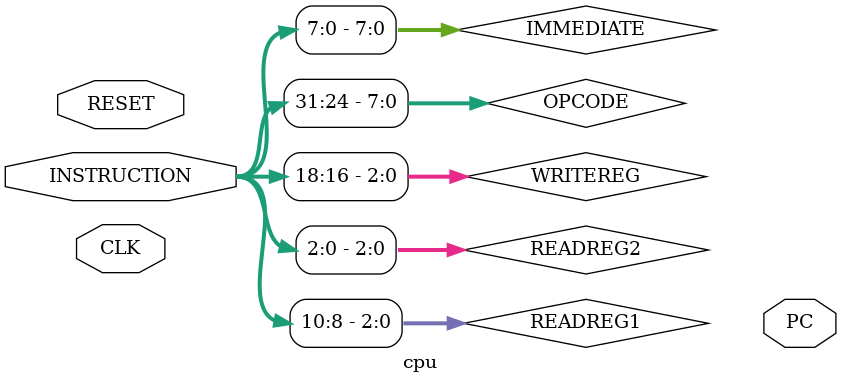
<source format=v>
`include "reg_file.v"
`include "control_unit.v"
`include "mux.v"
`include "alu.v"
`include "two_s_comple.v"
`include "pc.v"

module cpu(INSTRUCTION, RESET, CLK, PC);
    input RESET, CLK;
    input [31:0] INSTRUCTION;
    output reg [31:0] PC;

    // Internal signals
    wire [2:0] READREG1, READREG2, WRITEREG, ALUOP;
    wire [7:0] IMMEDIATE, REGOUT1, REGOUT2, IN2_S, OUT2_S, OUT_SIGN, OUT_IMM, ALURESULT;
    wire WRITEENABLE, IMM, SIGN;
    wire [7:0] OPCODE;
    reg [31:0] PCreg;

    // Instruction decoding
    assign OPCODE = INSTRUCTION[31:24];
    assign READREG1 = INSTRUCTION[15:8];
    assign WRITEREG = INSTRUCTION[23:16];
    assign READREG2 = INSTRUCTION[7:0];
    assign IMMEDIATE = INSTRUCTION[7:0];

    // Module instantiations
    reg_file reg_file_inst (
        .IN(ALURESULT),
        .OUT1(REGOUT1),
        .OUT2(REGOUT2),
        .INADDRESS(WRITEREG),
        .OUT1ADDRESS(READREG1),
        .OUT2ADDRESS(READREG2),
        .WRITE(WRITEENABLE),
        .CLK(CLK),
        .RESET(RESET)
    );

    mux mux1 (
        .DATA1(OUT2_S),
        .DATA2(REGOUT2),
        .SELECT(SIGN),
        .OUTPUT(OUT_SIGN)
    );

    two_s_comple twos_inst (
        .DATA2(REGOUT2),
        .OUTPUT(OUT2_S)
    );

    mux mux2 (
        .DATA1(IMMEDIATE),
        .DATA2(OUT_SIGN),
        .SELECT(IMM),
        .OUTPUT(OUT_IMM)
    );

    alu alu_inst (
        .DATA1(REGOUT1),
        .DATA2(OUT_IMM),
        .RESULT(ALURESULT),
        .SELECT(ALUOP)
    );

    control_unit control_inst (
        .OPCODE(OPCODE),
        .IMM(IMM),
        .SIGN(SIGN),
        .WRITEENABLE(WRITEENABLE),
        .ALUOP(ALUOP)
    );

    // // PC update logic
    // always @(posedge CLK) 
    // begin
    //     if (RESET == 1'b1) 
    //         begin
    //             #1
    //             PC = 0;
    //             PCreg = 0;
    //         end
    //     else #1 PC = PCreg;
    // end

    // always @(PC) 
    // begin
    //     #1 PCreg = PCreg + 4;
    // end
endmodule
</source>
